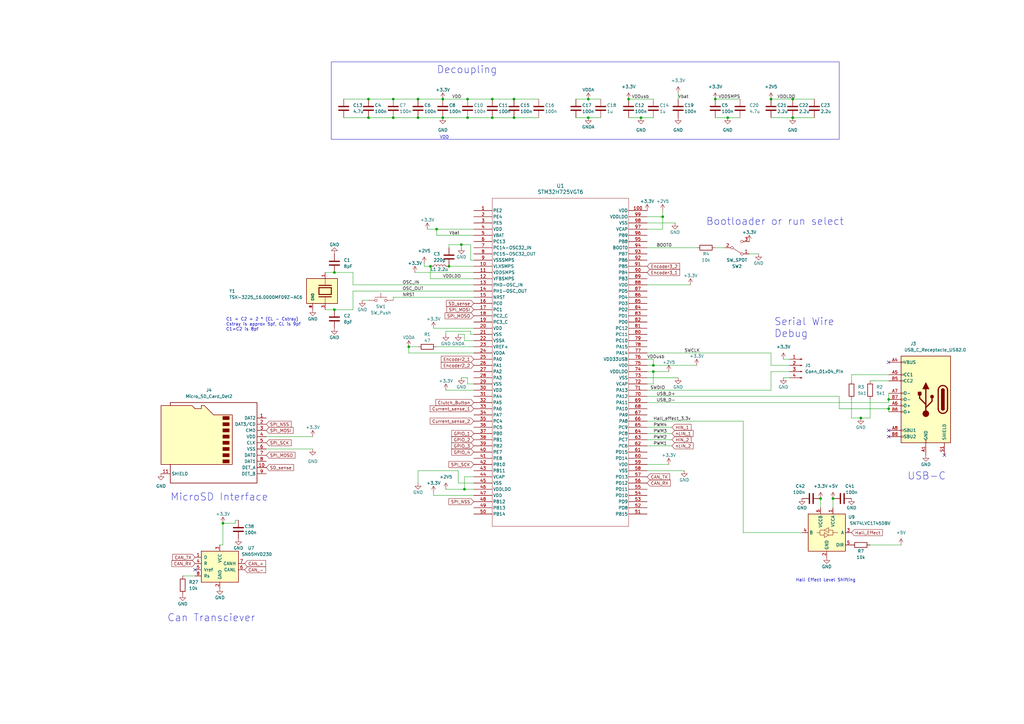
<source format=kicad_sch>
(kicad_sch (version 20230121) (generator eeschema)
  (paper "A3")
  (lib_symbols
    (symbol "Connector:Conn_01x04_Pin" (pin_names (offset 1.016) hide)
      (property "Reference" "J" (at 0 5.08 0))
      (property "Value" "Conn_01x04_Pin" (at 0 -7.62 0))
      (symbol "Conn_01x04_Pin_1_1"
        (pin passive line (at 5.08 2.54 180) (length 3.81) (name "Pin_1") (number "1"))
        (pin passive line (at 5.08 0 180) (length 3.81) (name "Pin_2") (number "2"))
        (pin passive line (at 5.08 -2.54 180) (length 3.81) (name "Pin_3") (number "3"))
        (pin passive line (at 5.08 -5.08 180) (length 3.81) (name "Pin_4") (number "4"))
      )
    )
    (symbol "Connector:Micro_SD_Card_Det2"
      (property "Reference" "J" (at -16.51 17.78 0))
      (property "Value" "Micro_SD_Card_Det2" (at 16.51 17.78 0))
      (symbol "Micro_SD_Card_Det2_1_1"
        (pin bidirectional line (at -22.86 10.16 0) (length 3.81) (name "DAT2") (number "1"))
        (pin passive line (at -22.86 -10.16 0) (length 3.81) (name "DET_A") (number "10"))
        (pin passive line (at 20.32 -12.7 180) (length 3.81) (name "SHIELD") (number "11"))
        (pin bidirectional line (at -22.86 7.62 0) (length 3.81) (name "DAT3/CD") (number "2"))
        (pin input line (at -22.86 5.08 0) (length 3.81) (name "CMD") (number "3"))
        (pin power_in line (at -22.86 2.54 0) (length 3.81) (name "VDD") (number "4"))
        (pin input line (at -22.86 0 0) (length 3.81) (name "CLK") (number "5"))
        (pin power_in line (at -22.86 -2.54 0) (length 3.81) (name "VSS") (number "6"))
        (pin bidirectional line (at -22.86 -5.08 0) (length 3.81) (name "DAT0") (number "7"))
        (pin bidirectional line (at -22.86 -7.62 0) (length 3.81) (name "DAT1") (number "8"))
        (pin passive line (at -22.86 -12.7 0) (length 3.81) (name "DET_B") (number "9"))
      )
    )
    (symbol "Connector:USB_C_Receptacle_USB2.0" (pin_names (offset 1.016))
      (property "Reference" "J" (at -10.16 19.05 0))
      (property "Value" "USB_C_Receptacle_USB2.0" (at 19.05 19.05 0))
      (symbol "USB_C_Receptacle_USB2.0_1_1"
        (pin passive line (at 0 -22.86 90) (length 5.08) (name "GND") (number "A1"))
        (pin passive line (at 0 -22.86 90) (length 5.08) hide (name "GND") (number "A12"))
        (pin passive line (at 15.24 15.24 180) (length 5.08) (name "VBUS") (number "A4"))
        (pin bidirectional line (at 15.24 10.16 180) (length 5.08) (name "CC1") (number "A5"))
        (pin bidirectional line (at 15.24 -2.54 180) (length 5.08) (name "D+") (number "A6"))
        (pin bidirectional line (at 15.24 2.54 180) (length 5.08) (name "D-") (number "A7"))
        (pin bidirectional line (at 15.24 -12.7 180) (length 5.08) (name "SBU1") (number "A8"))
        (pin passive line (at 15.24 15.24 180) (length 5.08) hide (name "VBUS") (number "A9"))
        (pin passive line (at 0 -22.86 90) (length 5.08) hide (name "GND") (number "B1"))
        (pin passive line (at 0 -22.86 90) (length 5.08) hide (name "GND") (number "B12"))
        (pin passive line (at 15.24 15.24 180) (length 5.08) hide (name "VBUS") (number "B4"))
        (pin bidirectional line (at 15.24 7.62 180) (length 5.08) (name "CC2") (number "B5"))
        (pin bidirectional line (at 15.24 -5.08 180) (length 5.08) (name "D+") (number "B6"))
        (pin bidirectional line (at 15.24 0 180) (length 5.08) (name "D-") (number "B7"))
        (pin bidirectional line (at 15.24 -15.24 180) (length 5.08) (name "SBU2") (number "B8"))
        (pin passive line (at 15.24 15.24 180) (length 5.08) hide (name "VBUS") (number "B9"))
        (pin passive line (at -7.62 -22.86 90) (length 5.08) (name "SHIELD") (number "S1"))
      )
    )
    (symbol "Device:C" (pin_numbers hide) (pin_names (offset 0.254))
      (property "Reference" "C" (at 0.635 2.54 0))
      (property "Value" "C" (at 0.635 -2.54 0))
      (symbol "C_1_1"
        (pin passive line (at 0 3.81 270) (length 2.794) (name "~") (number "1"))
        (pin passive line (at 0 -3.81 90) (length 2.794) (name "~") (number "2"))
      )
    )
    (symbol "Device:L" (pin_numbers hide) (pin_names (offset 1.016) hide)
      (property "Reference" "L" (at -1.27 0 90))
      (property "Value" "L" (at 1.905 0 90))
      (symbol "L_1_1"
        (pin passive line (at 0 3.81 270) (length 1.27) (name "1") (number "1"))
        (pin passive line (at 0 -3.81 90) (length 1.27) (name "2") (number "2"))
      )
    )
    (symbol "Device:R" (pin_numbers hide) (pin_names (offset 0))
      (property "Reference" "R" (at 2.032 0 90))
      (property "Value" "R" (at 0 0 90))
      (symbol "R_1_1"
        (pin passive line (at 0 3.81 270) (length 1.27) (name "~") (number "1"))
        (pin passive line (at 0 -3.81 90) (length 1.27) (name "~") (number "2"))
      )
    )
    (symbol "Interface_CAN_LIN:SN65HVD230" (pin_names (offset 1.016))
      (property "Reference" "U" (at -2.54 10.16 0))
      (property "Value" "SN65HVD230" (at -2.54 7.62 0))
      (symbol "SN65HVD230_1_1"
        (pin input line (at -10.16 2.54 0) (length 2.54) (name "D") (number "1"))
        (pin power_in line (at 0 -10.16 90) (length 2.54) (name "GND") (number "2"))
        (pin power_in line (at 0 7.62 270) (length 2.54) (name "VCC") (number "3"))
        (pin output line (at -10.16 0 0) (length 2.54) (name "R") (number "4"))
        (pin output line (at -10.16 -2.54 0) (length 2.54) (name "Vref") (number "5"))
        (pin bidirectional line (at 10.16 -2.54 180) (length 2.54) (name "CANL") (number "6"))
        (pin bidirectional line (at 10.16 0 180) (length 2.54) (name "CANH") (number "7"))
        (pin input line (at -10.16 -5.08 0) (length 2.54) (name "Rs") (number "8"))
      )
    )
    (symbol "Logic_LevelTranslator:SN74LVC1T45DBV"
      (property "Reference" "U" (at -6.35 8.89 0))
      (property "Value" "SN74LVC1T45DBV" (at 3.81 8.89 0))
      (symbol "SN74LVC1T45DBV_1_1"
        (pin power_in line (at -2.54 10.16 270) (length 2.54) (name "VCCA") (number "1"))
        (pin power_in line (at 0 -10.16 90) (length 2.54) (name "GND") (number "2"))
        (pin bidirectional line (at -10.16 0 0) (length 2.54) (name "A") (number "3"))
        (pin bidirectional line (at 10.16 0 180) (length 2.54) (name "B") (number "4"))
        (pin input line (at -10.16 -5.08 0) (length 2.54) (name "DIR") (number "5"))
        (pin power_in line (at 2.54 10.16 270) (length 2.54) (name "VCCB") (number "6"))
      )
    )
    (symbol "STM32:STM32H725VGT6" (pin_names (offset 0.254))
      (property "Reference" "U" (at 35.56 10.16 0))
      (property "Value" "STM32H725VGT6" (at 35.56 7.62 0))
      (symbol "STM32H725VGT6_0_1"
        (pin bidirectional line (at 0 0 0) (length 7.62) (name "PE2") (number "1"))
        (pin power_in line (at 0 -22.86 0) (length 7.62) (name "VLXSMPS") (number "10"))
        (pin power_in line (at 71.12 0 180) (length 7.62) (name "VDD") (number "100"))
        (pin power_in line (at 0 -25.4 0) (length 7.62) (name "VDDSMPS") (number "11"))
        (pin power_in line (at 0 -27.94 0) (length 7.62) (name "VFBSMPS") (number "12"))
        (pin bidirectional line (at 0 -30.48 0) (length 7.62) (name "PH0-OSC_IN") (number "13"))
        (pin bidirectional line (at 0 -33.02 0) (length 7.62) (name "PH1-OSC_OUT") (number "14"))
        (pin bidirectional line (at 0 -35.56 0) (length 7.62) (name "NRST") (number "15"))
        (pin bidirectional line (at 0 -38.1 0) (length 7.62) (name "PC0") (number "16"))
        (pin bidirectional line (at 0 -40.64 0) (length 7.62) (name "PC1") (number "17"))
        (pin bidirectional line (at 0 -43.18 0) (length 7.62) (name "PC2_C") (number "18"))
        (pin bidirectional line (at 0 -45.72 0) (length 7.62) (name "PC3_C") (number "19"))
        (pin bidirectional line (at 0 -2.54 0) (length 7.62) (name "PE4") (number "2"))
        (pin power_in line (at 0 -48.26 0) (length 7.62) (name "VDD") (number "20"))
        (pin power_out line (at 0 -50.8 0) (length 7.62) (name "VSS") (number "21"))
        (pin power_out line (at 0 -53.34 0) (length 7.62) (name "VSSA") (number "22"))
        (pin power_in line (at 0 -55.88 0) (length 7.62) (name "VREF+") (number "23"))
        (pin power_in line (at 0 -58.42 0) (length 7.62) (name "VDDA") (number "24"))
        (pin bidirectional line (at 0 -60.96 0) (length 7.62) (name "PA0") (number "25"))
        (pin bidirectional line (at 0 -63.5 0) (length 7.62) (name "PA1") (number "26"))
        (pin bidirectional line (at 0 -66.04 0) (length 7.62) (name "PA2") (number "27"))
        (pin bidirectional line (at 0 -68.58 0) (length 7.62) (name "PA3") (number "28"))
        (pin power_out line (at 0 -71.12 0) (length 7.62) (name "VSS") (number "29"))
        (pin bidirectional line (at 0 -5.08 0) (length 7.62) (name "PE5") (number "3"))
        (pin power_in line (at 0 -73.66 0) (length 7.62) (name "VDD") (number "30"))
        (pin bidirectional line (at 0 -76.2 0) (length 7.62) (name "PA4") (number "31"))
        (pin bidirectional line (at 0 -78.74 0) (length 7.62) (name "PA5") (number "32"))
        (pin bidirectional line (at 0 -81.28 0) (length 7.62) (name "PA6") (number "33"))
        (pin bidirectional line (at 0 -83.82 0) (length 7.62) (name "PA7") (number "34"))
        (pin bidirectional line (at 0 -86.36 0) (length 7.62) (name "PC4") (number "35"))
        (pin bidirectional line (at 0 -88.9 0) (length 7.62) (name "PC5") (number "36"))
        (pin bidirectional line (at 0 -91.44 0) (length 7.62) (name "PB0") (number "37"))
        (pin bidirectional line (at 0 -93.98 0) (length 7.62) (name "PB1") (number "38"))
        (pin bidirectional line (at 0 -96.52 0) (length 7.62) (name "PB2") (number "39"))
        (pin power_in line (at 0 -7.62 0) (length 7.62) (name "VDD") (number "4"))
        (pin bidirectional line (at 0 -99.06 0) (length 7.62) (name "PE7") (number "40"))
        (pin bidirectional line (at 0 -101.6 0) (length 7.62) (name "PE8") (number "41"))
        (pin bidirectional line (at 0 -104.14 0) (length 7.62) (name "PB10") (number "42"))
        (pin bidirectional line (at 0 -106.68 0) (length 7.62) (name "PB11") (number "43"))
        (pin power_in line (at 0 -109.22 0) (length 7.62) (name "VCAP") (number "44"))
        (pin power_out line (at 0 -111.76 0) (length 7.62) (name "VSS") (number "45"))
        (pin power_in line (at 0 -114.3 0) (length 7.62) (name "VDDLDO") (number "46"))
        (pin power_in line (at 0 -116.84 0) (length 7.62) (name "VDD") (number "47"))
        (pin bidirectional line (at 0 -119.38 0) (length 7.62) (name "PB12") (number "48"))
        (pin bidirectional line (at 0 -121.92 0) (length 7.62) (name "PB13") (number "49"))
        (pin power_in line (at 0 -10.16 0) (length 7.62) (name "VBAT") (number "5"))
        (pin bidirectional line (at 0 -124.46 0) (length 7.62) (name "PB14") (number "50"))
        (pin bidirectional line (at 71.12 -124.46 180) (length 7.62) (name "PB15") (number "51"))
        (pin bidirectional line (at 71.12 -121.92 180) (length 7.62) (name "PD8") (number "52"))
        (pin bidirectional line (at 71.12 -119.38 180) (length 7.62) (name "PD9") (number "53"))
        (pin bidirectional line (at 71.12 -116.84 180) (length 7.62) (name "PD10") (number "54"))
        (pin bidirectional line (at 71.12 -114.3 180) (length 7.62) (name "PD11") (number "55"))
        (pin bidirectional line (at 71.12 -111.76 180) (length 7.62) (name "PD12") (number "56"))
        (pin bidirectional line (at 71.12 -109.22 180) (length 7.62) (name "PD13") (number "57"))
        (pin power_out line (at 71.12 -106.68 180) (length 7.62) (name "VSS") (number "58"))
        (pin power_in line (at 71.12 -104.14 180) (length 7.62) (name "VDD") (number "59"))
        (pin bidirectional line (at 0 -12.7 0) (length 7.62) (name "PC13") (number "6"))
        (pin bidirectional line (at 71.12 -101.6 180) (length 7.62) (name "PD14") (number "60"))
        (pin bidirectional line (at 71.12 -99.06 180) (length 7.62) (name "PD15") (number "61"))
        (pin bidirectional line (at 71.12 -96.52 180) (length 7.62) (name "PC6") (number "62"))
        (pin bidirectional line (at 71.12 -93.98 180) (length 7.62) (name "PC7") (number "63"))
        (pin bidirectional line (at 71.12 -91.44 180) (length 7.62) (name "PC8") (number "64"))
        (pin bidirectional line (at 71.12 -88.9 180) (length 7.62) (name "PC9") (number "65"))
        (pin bidirectional line (at 71.12 -86.36 180) (length 7.62) (name "PA8") (number "66"))
        (pin bidirectional line (at 71.12 -83.82 180) (length 7.62) (name "PA9") (number "67"))
        (pin bidirectional line (at 71.12 -81.28 180) (length 7.62) (name "PA10") (number "68"))
        (pin bidirectional line (at 71.12 -78.74 180) (length 7.62) (name "PA11") (number "69"))
        (pin bidirectional line (at 0 -15.24 0) (length 7.62) (name "PC14-OSC32_IN") (number "7"))
        (pin bidirectional line (at 71.12 -76.2 180) (length 7.62) (name "PA12") (number "70"))
        (pin bidirectional line (at 71.12 -73.66 180) (length 7.62) (name "PA13") (number "71"))
        (pin power_in line (at 71.12 -71.12 180) (length 7.62) (name "VCAP") (number "72"))
        (pin power_out line (at 71.12 -68.58 180) (length 7.62) (name "VSS") (number "73"))
        (pin power_in line (at 71.12 -66.04 180) (length 7.62) (name "VDDLDO") (number "74"))
        (pin power_in line (at 71.12 -63.5 180) (length 7.62) (name "VDD") (number "75"))
        (pin power_in line (at 71.12 -60.96 180) (length 7.62) (name "VDD33USB") (number "76"))
        (pin bidirectional line (at 71.12 -58.42 180) (length 7.62) (name "PA14") (number "77"))
        (pin bidirectional line (at 71.12 -55.88 180) (length 7.62) (name "PA15") (number "78"))
        (pin bidirectional line (at 71.12 -53.34 180) (length 7.62) (name "PC10") (number "79"))
        (pin bidirectional line (at 0 -17.78 0) (length 7.62) (name "PC15-OSC32_OUT") (number "8"))
        (pin bidirectional line (at 71.12 -50.8 180) (length 7.62) (name "PC11") (number "80"))
        (pin bidirectional line (at 71.12 -48.26 180) (length 7.62) (name "PC12") (number "81"))
        (pin bidirectional line (at 71.12 -45.72 180) (length 7.62) (name "PD0") (number "82"))
        (pin bidirectional line (at 71.12 -43.18 180) (length 7.62) (name "PD1") (number "83"))
        (pin bidirectional line (at 71.12 -40.64 180) (length 7.62) (name "PD2") (number "84"))
        (pin bidirectional line (at 71.12 -38.1 180) (length 7.62) (name "PD3") (number "85"))
        (pin bidirectional line (at 71.12 -35.56 180) (length 7.62) (name "PD4") (number "86"))
        (pin bidirectional line (at 71.12 -33.02 180) (length 7.62) (name "PD5") (number "87"))
        (pin power_in line (at 71.12 -30.48 180) (length 7.62) (name "VDD") (number "88"))
        (pin bidirectional line (at 71.12 -27.94 180) (length 7.62) (name "PB3") (number "89"))
        (pin power_out line (at 0 -20.32 0) (length 7.62) (name "VSSSMPS") (number "9"))
        (pin bidirectional line (at 71.12 -25.4 180) (length 7.62) (name "PB4") (number "90"))
        (pin bidirectional line (at 71.12 -22.86 180) (length 7.62) (name "PB5") (number "91"))
        (pin bidirectional line (at 71.12 -20.32 180) (length 7.62) (name "PB6") (number "92"))
        (pin bidirectional line (at 71.12 -17.78 180) (length 7.62) (name "PB7") (number "93"))
        (pin input line (at 71.12 -15.24 180) (length 7.62) (name "BOOT0") (number "94"))
        (pin bidirectional line (at 71.12 -12.7 180) (length 7.62) (name "PB8") (number "95"))
        (pin bidirectional line (at 71.12 -10.16 180) (length 7.62) (name "PB9") (number "96"))
        (pin power_in line (at 71.12 -7.62 180) (length 7.62) (name "VCAP") (number "97"))
        (pin power_out line (at 71.12 -5.08 180) (length 7.62) (name "VSS") (number "98"))
        (pin power_in line (at 71.12 -2.54 180) (length 7.62) (name "VDDLDO") (number "99"))
      )
    )
    (symbol "Switch:SW_Push" (pin_numbers hide) (pin_names (offset 1.016) hide)
      (property "Reference" "SW" (at 1.27 2.54 0))
      (property "Value" "SW_Push" (at 0 -1.524 0))
      (symbol "SW_Push_0_1"
        (pin passive line (at -5.08 0 0) (length 2.54) (name "1") (number "1"))
        (pin passive line (at 5.08 0 180) (length 2.54) (name "2") (number "2"))
      )
    )
    (symbol "Switch:SW_SPDT" (pin_names (offset 0) hide)
      (property "Reference" "SW" (at 0 4.318 0))
      (property "Value" "SW_SPDT" (at 0 -5.08 0))
      (symbol "SW_SPDT_1_1"
        (pin passive line (at 5.08 2.54 180) (length 2.54) (name "A") (number "1"))
        (pin passive line (at -5.08 0 0) (length 2.54) (name "B") (number "2"))
        (pin passive line (at 5.08 -2.54 180) (length 2.54) (name "C") (number "3"))
      )
    )
    (symbol "crystal:TSX-3225_16.0000MF09Z-AC6" (pin_names (offset 1.016))
      (property "Reference" "Y" (at -5.0878 6.3559 0))
      (property "Value" "TSX-3225_16.0000MF09Z-AC6" (at -5.0944 -10.16 0))
      (symbol "TSX-3225_16.0000MF09Z-AC6_0_0"
        (pin passive line (at -7.62 0 0) (length 2.54) (name "~") (number "1"))
        (pin power_in line (at 7.62 -5.08 180) (length 2.54) (name "GND") (number "2"))
        (pin passive line (at 7.62 0 180) (length 2.54) (name "~") (number "3"))
        (pin power_in line (at 7.62 -5.08 180) (length 2.54) (name "GND") (number "4"))
      )
    )
    (symbol "power:+2V5" (power) (pin_names (offset 0))
      (property "Value" "+2V5" (at 0 3.556 0))
      (symbol "+2V5_1_1"
        (pin power_in line (at 0 0 90) (length 0) hide (name "+2V5") (number "1"))
      )
    )
    (symbol "power:+3.3V" (power) (pin_names (offset 0))
      (property "Value" "+3.3V" (at 0 3.556 0))
      (symbol "+3.3V_1_1"
        (pin power_in line (at 0 0 90) (length 0) hide (name "+3.3V") (number "1"))
      )
    )
    (symbol "power:+5V" (power) (pin_names (offset 0))
      (property "Value" "+5V" (at 0 3.556 0))
      (symbol "+5V_1_1"
        (pin power_in line (at 0 0 90) (length 0) hide (name "+5V") (number "1"))
      )
    )
    (symbol "power:GND" (power) (pin_names (offset 0))
      (property "Value" "GND" (at 0 -3.81 0))
      (symbol "GND_1_1"
        (pin power_in line (at 0 0 270) (length 0) hide (name "GND") (number "1"))
      )
    )
    (symbol "power:GNDA" (power) (pin_names (offset 0))
      (property "Value" "GNDA" (at 0 -3.81 0))
      (symbol "GNDA_1_1"
        (pin power_in line (at 0 0 270) (length 0) hide (name "GNDA") (number "1"))
      )
    )
    (symbol "power:VDDA" (power) (pin_names (offset 0))
      (property "Value" "VDDA" (at 0 3.81 0))
      (symbol "VDDA_1_1"
        (pin power_in line (at 0 0 90) (length 0) hide (name "VDDA") (number "1"))
      )
    )
  )
  (junction (at 267.97 149.86))
  (junction (at 181.61 48.26))
  (junction (at 189.23 100.33))
  (junction (at 298.45 48.26))
  (junction (at 364.49 167.64))
  (junction (at 267.97 152.4))
  (junction (at 210.82 48.26))
  (junction (at 293.37 40.64))
  (junction (at 191.77 40.64))
  (junction (at 171.45 40.64))
  (junction (at 137.16 127))
  (junction (at 257.81 40.64))
  (junction (at 201.93 48.26))
  (junction (at 91.44 214.63))
  (junction (at 341.63 204.47))
  (junction (at 316.23 40.64))
  (junction (at 271.78 88.9))
  (junction (at 191.77 48.26))
  (junction (at 325.12 40.64))
  (junction (at 151.13 48.26))
  (junction (at 181.61 40.64))
  (junction (at 161.29 40.64))
  (junction (at 190.5 200.66))
  (junction (at 262.89 48.26))
  (junction (at 171.45 48.26))
  (junction (at 176.53 109.22))
  (junction (at 167.64 142.24))
  (junction (at 179.07 93.98))
  (junction (at 353.06 171.45))
  (junction (at 161.29 48.26))
  (junction (at 210.82 40.64))
  (junction (at 151.13 40.64))
  (junction (at 364.49 163.83))
  (junction (at 184.15 109.22))
  (junction (at 241.3 40.64))
  (junction (at 241.3 48.26))
  (junction (at 325.12 48.26))
  (junction (at 201.93 40.64))
  (junction (at 137.16 111.76))
  (junction (at 336.55 204.47))
  (no_connect (at 364.49 148.59))
  (no_connect (at 80.01 233.68))
  (no_connect (at 364.49 179.07))
  (no_connect (at 364.49 176.53))
  (no_connect (at 387.35 186.69))
  (wire (pts (xy 173.99 109.22) (xy 176.53 109.22)))
  (wire (pts (xy 171.45 193.04) (xy 171.45 198.12)))
  (wire (pts (xy 325.12 48.26) (xy 334.01 48.26)))
  (wire (pts (xy 210.82 48.26) (xy 220.98 48.26)))
  (wire (pts (xy 189.23 154.94) (xy 191.77 154.94)))
  (wire (pts (xy 349.25 153.67) (xy 349.25 156.21)))
  (wire (pts (xy 293.37 101.6) (xy 297.18 101.6)))
  (wire (pts (xy 187.96 193.04) (xy 171.45 193.04)))
  (wire (pts (xy 179.07 96.52) (xy 179.07 93.98)))
  (wire (pts (xy 182.88 135.89) (xy 193.04 135.89)))
  (wire (pts (xy 194.31 157.48) (xy 191.77 157.48)))
  (wire (pts (xy 137.16 111.76) (xy 144.78 111.76)))
  (wire (pts (xy 187.96 198.12) (xy 187.96 193.04)))
  (wire (pts (xy 265.43 193.04) (xy 280.67 193.04)))
  (wire (pts (xy 316.23 152.4) (xy 323.85 152.4)))
  (wire (pts (xy 364.49 165.1) (xy 364.49 163.83)))
  (wire (pts (xy 161.29 48.26) (xy 171.45 48.26)))
  (wire (pts (xy 167.64 142.24) (xy 171.45 142.24)))
  (wire (pts (xy 176.53 109.22) (xy 176.53 114.3)))
  (wire (pts (xy 179.07 142.24) (xy 194.31 142.24)))
  (wire (pts (xy 265.43 88.9) (xy 271.78 88.9)))
  (wire (pts (xy 265.43 190.5) (xy 274.32 190.5)))
  (wire (pts (xy 316.23 144.78) (xy 316.23 149.86)))
  (wire (pts (xy 298.45 48.26) (xy 303.53 48.26)))
  (wire (pts (xy 265.43 147.32) (xy 267.97 147.32)))
  (wire (pts (xy 144.78 119.38) (xy 194.31 119.38)))
  (wire (pts (xy 364.49 167.64) (xy 364.49 168.91)))
  (wire (pts (xy 133.35 127) (xy 137.16 127)))
  (wire (pts (xy 96.52 213.36) (xy 97.79 213.36)))
  (wire (pts (xy 151.13 40.64) (xy 161.29 40.64)))
  (wire (pts (xy 161.29 121.92) (xy 194.31 121.92)))
  (wire (pts (xy 265.43 157.48) (xy 267.97 157.48)))
  (wire (pts (xy 191.77 48.26) (xy 201.93 48.26)))
  (wire (pts (xy 179.07 93.98) (xy 194.31 93.98)))
  (wire (pts (xy 321.31 154.94) (xy 323.85 154.94)))
  (wire (pts (xy 271.78 93.98) (xy 271.78 88.9)))
  (wire (pts (xy 96.52 213.36) (xy 96.52 214.63)))
  (wire (pts (xy 193.04 106.68) (xy 193.04 100.33)))
  (wire (pts (xy 265.43 172.72) (xy 304.8 172.72)))
  (wire (pts (xy 161.29 40.64) (xy 171.45 40.64)))
  (wire (pts (xy 193.04 100.33) (xy 189.23 100.33)))
  (wire (pts (xy 109.22 184.15) (xy 128.27 184.15)))
  (wire (pts (xy 133.35 111.76) (xy 137.16 111.76)))
  (wire (pts (xy 356.87 223.52) (xy 369.57 223.52)))
  (wire (pts (xy 267.97 147.32) (xy 267.97 149.86)))
  (wire (pts (xy 140.97 48.26) (xy 151.13 48.26)))
  (wire (pts (xy 265.43 160.02) (xy 316.23 160.02)))
  (wire (pts (xy 182.88 200.66) (xy 190.5 200.66)))
  (wire (pts (xy 265.43 177.8) (xy 275.59 177.8)))
  (wire (pts (xy 344.17 162.56) (xy 344.17 167.64)))
  (wire (pts (xy 201.93 40.64) (xy 210.82 40.64)))
  (wire (pts (xy 265.43 162.56) (xy 344.17 162.56)))
  (wire (pts (xy 144.78 116.84) (xy 194.31 116.84)))
  (wire (pts (xy 267.97 157.48) (xy 267.97 152.4)))
  (wire (pts (xy 325.12 40.64) (xy 334.01 40.64)))
  (wire (pts (xy 189.23 100.33) (xy 189.23 101.6)))
  (wire (pts (xy 293.37 40.64) (xy 303.53 40.64)))
  (wire (pts (xy 265.43 116.84) (xy 283.21 116.84)))
  (wire (pts (xy 321.31 147.32) (xy 323.85 147.32)))
  (wire (pts (xy 177.8 134.62) (xy 194.31 134.62)))
  (wire (pts (xy 265.43 152.4) (xy 267.97 152.4)))
  (wire (pts (xy 177.8 203.2) (xy 177.8 201.93)))
  (wire (pts (xy 96.52 214.63) (xy 91.44 214.63)))
  (wire (pts (xy 344.17 167.64) (xy 364.49 167.64)))
  (wire (pts (xy 341.63 204.47) (xy 341.63 208.28)))
  (wire (pts (xy 364.49 161.29) (xy 364.49 163.83)))
  (wire (pts (xy 181.61 48.26) (xy 191.77 48.26)))
  (wire (pts (xy 201.93 48.26) (xy 210.82 48.26)))
  (wire (pts (xy 191.77 40.64) (xy 201.93 40.64)))
  (wire (pts (xy 265.43 149.86) (xy 267.97 149.86)))
  (wire (pts (xy 140.97 40.64) (xy 151.13 40.64)))
  (wire (pts (xy 267.97 149.86) (xy 285.75 149.86)))
  (wire (pts (xy 137.16 127) (xy 144.78 127)))
  (wire (pts (xy 184.15 109.22) (xy 194.31 109.22)))
  (wire (pts (xy 349.25 171.45) (xy 353.06 171.45)))
  (wire (pts (xy 210.82 40.64) (xy 220.98 40.64)))
  (wire (pts (xy 349.25 163.83) (xy 349.25 171.45)))
  (wire (pts (xy 304.8 218.44) (xy 304.8 172.72)))
  (wire (pts (xy 257.81 48.26) (xy 262.89 48.26)))
  (wire (pts (xy 176.53 114.3) (xy 194.31 114.3)))
  (wire (pts (xy 109.22 179.07) (xy 128.27 179.07)))
  (wire (pts (xy 267.97 152.4) (xy 274.32 152.4)))
  (wire (pts (xy 316.23 48.26) (xy 325.12 48.26)))
  (wire (pts (xy 161.29 123.19) (xy 161.29 121.92)))
  (wire (pts (xy 194.31 195.58) (xy 190.5 195.58)))
  (wire (pts (xy 265.43 182.88) (xy 275.59 182.88)))
  (wire (pts (xy 184.15 101.6) (xy 184.15 100.33)))
  (wire (pts (xy 151.13 48.26) (xy 161.29 48.26)))
  (wire (pts (xy 171.45 48.26) (xy 181.61 48.26)))
  (wire (pts (xy 190.5 139.7) (xy 190.5 137.16)))
  (wire (pts (xy 265.43 101.6) (xy 285.75 101.6)))
  (wire (pts (xy 173.99 107.95) (xy 173.99 109.22)))
  (wire (pts (xy 265.43 180.34) (xy 275.59 180.34)))
  (wire (pts (xy 184.15 100.33) (xy 189.23 100.33)))
  (wire (pts (xy 241.3 48.26) (xy 246.38 48.26)))
  (wire (pts (xy 148.59 123.19) (xy 151.13 123.19)))
  (wire (pts (xy 307.34 104.14) (xy 311.15 104.14)))
  (wire (pts (xy 271.78 86.36) (xy 271.78 88.9)))
  (wire (pts (xy 194.31 96.52) (xy 179.07 96.52)))
  (wire (pts (xy 265.43 165.1) (xy 364.49 165.1)))
  (wire (pts (xy 190.5 137.16) (xy 187.96 137.16)))
  (wire (pts (xy 193.04 135.89) (xy 193.04 137.16)))
  (wire (pts (xy 265.43 154.94) (xy 278.13 154.94)))
  (wire (pts (xy 241.3 40.64) (xy 246.38 40.64)))
  (wire (pts (xy 265.43 175.26) (xy 275.59 175.26)))
  (wire (pts (xy 193.04 137.16) (xy 194.31 137.16)))
  (wire (pts (xy 328.93 218.44) (xy 304.8 218.44)))
  (wire (pts (xy 191.77 157.48) (xy 191.77 154.94)))
  (wire (pts (xy 74.93 236.22) (xy 80.01 236.22)))
  (wire (pts (xy 353.06 171.45) (xy 356.87 171.45)))
  (wire (pts (xy 236.22 40.64) (xy 241.3 40.64)))
  (wire (pts (xy 182.88 160.02) (xy 194.31 160.02)))
  (wire (pts (xy 194.31 106.68) (xy 193.04 106.68)))
  (wire (pts (xy 190.5 200.66) (xy 194.31 200.66)))
  (wire (pts (xy 262.89 48.26) (xy 267.97 48.26)))
  (wire (pts (xy 190.5 195.58) (xy 190.5 200.66)))
  (wire (pts (xy 194.31 144.78) (xy 167.64 144.78)))
  (wire (pts (xy 278.13 38.1) (xy 278.13 40.64)))
  (wire (pts (xy 316.23 40.64) (xy 325.12 40.64)))
  (wire (pts (xy 356.87 156.21) (xy 364.49 156.21)))
  (wire (pts (xy 194.31 203.2) (xy 177.8 203.2)))
  (wire (pts (xy 194.31 198.12) (xy 187.96 198.12)))
  (wire (pts (xy 175.26 93.98) (xy 179.07 93.98)))
  (wire (pts (xy 170.18 111.76) (xy 194.31 111.76)))
  (wire (pts (xy 336.55 204.47) (xy 336.55 208.28)))
  (wire (pts (xy 90.17 223.52) (xy 91.44 223.52)))
  (wire (pts (xy 144.78 111.76) (xy 144.78 116.84)))
  (wire (pts (xy 265.43 144.78) (xy 316.23 144.78)))
  (wire (pts (xy 236.22 48.26) (xy 241.3 48.26)))
  (wire (pts (xy 181.61 40.64) (xy 191.77 40.64)))
  (wire (pts (xy 293.37 48.26) (xy 298.45 48.26)))
  (wire (pts (xy 144.78 127) (xy 144.78 119.38)))
  (wire (pts (xy 316.23 160.02) (xy 316.23 152.4)))
  (wire (pts (xy 316.23 149.86) (xy 323.85 149.86)))
  (wire (pts (xy 356.87 171.45) (xy 356.87 163.83)))
  (wire (pts (xy 265.43 91.44) (xy 276.86 91.44)))
  (wire (pts (xy 171.45 40.64) (xy 181.61 40.64)))
  (wire (pts (xy 194.31 139.7) (xy 190.5 139.7)))
  (wire (pts (xy 91.44 223.52) (xy 91.44 214.63)))
  (wire (pts (xy 182.88 135.89) (xy 182.88 137.16)))
  (wire (pts (xy 364.49 166.37) (xy 364.49 167.64)))
  (wire (pts (xy 364.49 153.67) (xy 349.25 153.67)))
  (wire (pts (xy 265.43 93.98) (xy 271.78 93.98)))
  (wire (pts (xy 167.64 144.78) (xy 167.64 142.24)))
  (wire (pts (xy 257.81 40.64) (xy 267.97 40.64)))
  (rectangle (start 135.89 25.4) (end 344.17 57.15))
  (text "VDD\n" (at 180.34 57.15 0) (effects (font (size 1.27 1.27)) (justify left bottom)))
  (text "Hall Effect Level Shifting" (at 326.39 238.76 0) (effects (font (size 1.27 1.27)) (justify left bottom)))
  (text "Serial Wire\nDebug\n\n" (at 317.5 143.51 0) (effects (font (size 3 3)) (justify left bottom)))
  (text "MicroSD Interface\n" (at 69.85 205.74 0) (effects (font (size 3 3)) (justify left bottom)))
  (text "USB-C \n\n" (at 372.11 201.93 0) (effects (font (size 3 3)) (justify left bottom)))
  (text "Decoupling\n" (at 179.07 30.48 0) (effects (font (size 3 3)) (justify left bottom)))
  (text "C1 = C2 = 2 * (CL - Cstray)\nCstray is approx 5pf, CL is 9pf\nC1=C2 is 8pf" (at 92.71 135.89 0) (effects (font (size 1.27 1.27)) (justify left bottom)))
  (text "Can Transciever" (at 68.58 255.27 0) (effects (font (size 3 3)) (justify left bottom)))
  (text "Bootloader or run select" (at 289.56 92.71 0) (effects (font (size 3 3)) (justify left bottom)))
  (label "VDDusb" (at 259.08 40.64 0))
  (label "USB_D+" (at 269.24 162.56 0))
  (label "SWDIO" (at 266.7 160.02 0))
  (label "SWCLK" (at 280.67 144.78 0))
  (label "VDDusb" (at 265.43 147.32 0))
  (label "VDDSMPS" (at 294.64 40.64 0))
  (label "USB_D-" (at 269.24 165.1 0))
  (label "PWM3" (at 267.97 177.8 0))
  (label "Vbat" (at 184.15 96.52 0))
  (label "VDDLDO" (at 181.61 114.3 0))
  (label "VDD" (at 185.42 40.64 0))
  (label "NRST" (at 165.1 121.92 0))
  (label "BOOT0" (at 269.24 101.6 0))
  (label "OSC_IN" (at 165.1 116.84 0))
  (label "VDDLDO" (at 318.77 40.64 0))
  (label "PWM1" (at 267.97 182.88 0))
  (label "PWM2" (at 267.97 180.34 0))
  (label "OSC_OUT" (at 165.1 119.38 0))
  (label "Hall_effect_3.3v" (at 267.97 172.72 0))
  (label "PWM4" (at 267.97 175.26 0))
  (label "Vbat" (at 278.13 40.64 0))
  (global_label "SPI_NSS" (shape input) (at 194.31 205.74 180) (property "Intersheetrefs" "${INTERSHEET_REFS}" (effects hide)))
  (global_label "SD_sense" (shape input) (at 109.22 191.77 0) (property "Intersheetrefs" "${INTERSHEET_REFS}" (effects hide)))
  (global_label "SD_sense" (shape input) (at 194.31 124.46 180) (property "Intersheetrefs" "${INTERSHEET_REFS}" (effects hide)))
  (global_label "nLIN_1" (shape input) (at 275.59 177.8 0) (property "Intersheetrefs" "${INTERSHEET_REFS}" (effects hide)))
  (global_label "SPI_NSS" (shape input) (at 109.22 173.99 0) (property "Intersheetrefs" "${INTERSHEET_REFS}" (effects hide)))
  (global_label "Current_sense_2" (shape input) (at 194.31 172.72 180) (property "Intersheetrefs" "${INTERSHEET_REFS}" (effects hide)))
  (global_label "HIN_2" (shape input) (at 275.59 180.34 0) (property "Intersheetrefs" "${INTERSHEET_REFS}" (effects hide)))
  (global_label "GPIO_2" (shape input) (at 194.31 180.34 180) (property "Intersheetrefs" "${INTERSHEET_REFS}" (effects hide)))
  (global_label "HIN_1" (shape input) (at 275.59 175.26 0) (property "Intersheetrefs" "${INTERSHEET_REFS}" (effects hide)))
  (global_label "CAN_RX" (shape input) (at 265.43 198.12 0) (property "Intersheetrefs" "${INTERSHEET_REFS}" (effects hide)))
  (global_label "Encoder3_1" (shape input) (at 265.43 111.76 0) (property "Intersheetrefs" "${INTERSHEET_REFS}" (effects hide)))
  (global_label "Clutch_Button" (shape input) (at 194.31 165.1 180) (property "Intersheetrefs" "${INTERSHEET_REFS}" (effects hide)))
  (global_label "CAN_RX" (shape input) (at 80.01 231.14 180) (property "Intersheetrefs" "${INTERSHEET_REFS}" (effects hide)))
  (global_label "SPI_MOSI" (shape input) (at 109.22 176.53 0) (property "Intersheetrefs" "${INTERSHEET_REFS}" (effects hide)))
  (global_label "CAN_-" (shape input) (at 100.33 233.68 0) (property "Intersheetrefs" "${INTERSHEET_REFS}" (effects hide)))
  (global_label "GPIO_3" (shape input) (at 194.31 182.88 180) (property "Intersheetrefs" "${INTERSHEET_REFS}" (effects hide)))
  (global_label "SPI_SCK" (shape input) (at 109.22 181.61 0) (property "Intersheetrefs" "${INTERSHEET_REFS}" (effects hide)))
  (global_label "CAN_+" (shape input) (at 100.33 231.14 0) (property "Intersheetrefs" "${INTERSHEET_REFS}" (effects hide)))
  (global_label "SPI_SCK" (shape input) (at 194.31 190.5 180) (property "Intersheetrefs" "${INTERSHEET_REFS}" (effects hide)))
  (global_label "Encoder2_1" (shape input) (at 194.31 147.32 180) (property "Intersheetrefs" "${INTERSHEET_REFS}" (effects hide)))
  (global_label "CAN_TX" (shape input) (at 80.01 228.6 180) (property "Intersheetrefs" "${INTERSHEET_REFS}" (effects hide)))
  (global_label "nLIN_2" (shape input) (at 275.59 182.88 0) (property "Intersheetrefs" "${INTERSHEET_REFS}" (effects hide)))
  (global_label "GPIO_4" (shape input) (at 194.31 185.42 180) (property "Intersheetrefs" "${INTERSHEET_REFS}" (effects hide)))
  (global_label "SPI_MOSI" (shape input) (at 194.31 127 180) (property "Intersheetrefs" "${INTERSHEET_REFS}" (effects hide)))
  (global_label "Hall_Effect" (shape input) (at 349.25 218.44 0) (property "Intersheetrefs" "${INTERSHEET_REFS}" (effects hide)))
  (global_label "Current_sense_1" (shape input) (at 194.31 167.64 180) (property "Intersheetrefs" "${INTERSHEET_REFS}" (effects hide)))
  (global_label "GPIO_1" (shape input) (at 194.31 177.8 180) (property "Intersheetrefs" "${INTERSHEET_REFS}" (effects hide)))
  (global_label "Encoder2_2" (shape input) (at 194.31 149.86 180) (property "Intersheetrefs" "${INTERSHEET_REFS}" (effects hide)))
  (global_label "Encoder3_2" (shape input) (at 265.43 109.22 0) (property "Intersheetrefs" "${INTERSHEET_REFS}" (effects hide)))
  (global_label "CAN_TX" (shape input) (at 265.43 195.58 0) (property "Intersheetrefs" "${INTERSHEET_REFS}" (effects hide)))
  (global_label "SPI_MOSO" (shape input) (at 194.31 129.54 180) (property "Intersheetrefs" "${INTERSHEET_REFS}" (effects hide)))
  (global_label "SPI_MOSO" (shape input) (at 109.22 186.69 0) (property "Intersheetrefs" "${INTERSHEET_REFS}" (effects hide)))
  (symbol (lib_id "power:GND") (at 128.27 184.15 0) (unit 1)
    (property "Reference" "#PWR084" (effects hide))
    (property "Value" "GND" (at 128.27 189.23 0))
  )
  (symbol (lib_id "Device:R") (at 356.87 160.02 0) (unit 1)
    (property "Reference" "R2" (at 359.41 158.75 0) (effects (justify left)))
    (property "Value" "5k1" (at 359.41 161.29 0) (effects (justify left)))
  )
  (symbol (lib_id "Connector:USB_C_Receptacle_USB2.0") (at 379.73 163.83 0) (mirror y) (unit 1)
    (property "Reference" "J3" (at 373.38 140.97 0) (effects (justify right)))
    (property "Value" "USB_C_Receptacle_USB2.0" (at 370.84 143.51 0) (effects (justify right)))
    (property "Datasheet" "https://www.usb.org/sites/default/files/documents/usb_type-c.zip" (effects hide))
  )
  (symbol (lib_id "power:+3.3V") (at 128.27 179.07 0) (unit 1)
    (property "Reference" "#PWR083" (effects hide))
    (property "Value" "+3.3V" (at 128.27 175.26 0))
  )
  (symbol (lib_id "Switch:SW_Push") (at 156.21 123.19 0) (unit 1)
    (property "Reference" "SW1" (at 156.21 125.73 0))
    (property "Value" "SW_Push" (at 156.21 128.27 0))
  )
  (symbol (lib_id "Device:C") (at 278.13 44.45 0) (unit 1)
    (property "Reference" "C19" (at 280.67 43.18 0) (effects (justify left)))
    (property "Value" "100n" (at 280.67 45.72 0) (effects (justify left)))
  )
  (symbol (lib_id "Device:C") (at 137.16 107.95 0) (unit 1)
    (property "Reference" "C1" (at 140.97 106.68 0) (effects (justify left)))
    (property "Value" "8pF" (at 140.97 109.22 0) (effects (justify left)))
  )
  (symbol (lib_id "Interface_CAN_LIN:SN65HVD230") (at 90.17 231.14 0) (unit 1)
    (property "Reference" "U7" (at 101.6 224.79 0) (effects (justify left)))
    (property "Value" "SN65HVD230" (at 99.06 227.33 0) (effects (justify left)))
    (property "Footprint" "Package_SO:SOIC-8_3.9x4.9mm_P1.27mm" (effects hide))
    (property "Datasheet" "http://www.ti.com/lit/ds/symlink/sn65hvd230.pdf" (effects hide))
  )
  (symbol (lib_id "Device:C") (at 137.16 130.81 0) (unit 1)
    (property "Reference" "C2" (at 140.97 129.54 0) (effects (justify left)))
    (property "Value" "8pF" (at 140.97 132.08 0) (effects (justify left)))
  )
  (symbol (lib_id "power:GND") (at 311.15 104.14 0) (unit 1)
    (property "Reference" "#PWR043" (effects hide))
    (property "Value" "GND" (at 311.15 107.95 0))
  )
  (symbol (lib_id "power:GND") (at 278.13 48.26 0) (unit 1)
    (property "Reference" "#PWR019" (effects hide))
    (property "Value" "GND" (at 278.13 53.34 0))
  )
  (symbol (lib_id "power:+3.3V") (at 265.43 86.36 0) (unit 1)
    (property "Reference" "#PWR010" (effects hide))
    (property "Value" "+3.3V" (at 265.43 82.55 0))
  )
  (symbol (lib_id "power:+3.3V") (at 175.26 93.98 0) (unit 1)
    (property "Reference" "#PWR09" (effects hide))
    (property "Value" "+3.3V" (at 175.26 90.17 0))
  )
  (symbol (lib_id "power:+3.3V") (at 285.75 149.86 0) (unit 1)
    (property "Reference" "#PWR039" (effects hide))
    (property "Value" "+3.3V" (at 285.75 146.05 0))
  )
  (symbol (lib_id "power:+3.3V") (at 170.18 111.76 0) (unit 1)
    (property "Reference" "#PWR013" (effects hide))
    (property "Value" "+3.3V" (at 170.18 107.95 0))
  )
  (symbol (lib_id "power:+3.3V") (at 293.37 40.64 0) (unit 1)
    (property "Reference" "#PWR023" (effects hide))
    (property "Value" "+3.3V" (at 293.37 35.56 0))
  )
  (symbol (lib_id "power:GND") (at 90.17 241.3 0) (unit 1)
    (property "Reference" "#PWR055" (effects hide))
    (property "Value" "GND" (at 90.17 245.11 0))
  )
  (symbol (lib_id "power:+3.3V") (at 278.13 38.1 0) (unit 1)
    (property "Reference" "#PWR018" (effects hide))
    (property "Value" "+3.3V" (at 278.13 33.02 0))
  )
  (symbol (lib_id "Device:C") (at 236.22 44.45 0) (unit 1)
    (property "Reference" "C17" (at 238.76 43.18 0) (effects (justify left)))
    (property "Value" "100n" (at 238.76 45.72 0) (effects (justify left)))
  )
  (symbol (lib_id "Device:C") (at 246.38 44.45 0) (unit 1)
    (property "Reference" "C18" (at 248.92 43.18 0) (effects (justify left)))
    (property "Value" "1u" (at 248.92 45.72 0) (effects (justify left)))
  )
  (symbol (lib_id "Device:C") (at 316.23 44.45 0) (unit 1)
    (property "Reference" "C21" (at 318.77 43.18 0) (effects (justify left)))
    (property "Value" "2.2u" (at 318.77 45.72 0) (effects (justify left)))
  )
  (symbol (lib_id "power:+3.3V") (at 257.81 40.64 0) (unit 1)
    (property "Reference" "#PWR014" (effects hide))
    (property "Value" "+3.3V" (at 257.81 35.56 0))
  )
  (symbol (lib_id "power:GND") (at 278.13 154.94 0) (unit 1)
    (property "Reference" "#PWR040" (effects hide))
    (property "Value" "GND" (at 278.13 158.75 0))
  )
  (symbol (lib_id "power:GND") (at 148.59 123.19 0) (unit 1)
    (property "Reference" "#PWR042" (effects hide))
    (property "Value" "GND" (at 148.59 127 0))
  )
  (symbol (lib_id "Switch:SW_SPDT") (at 302.26 101.6 0) (mirror x) (unit 1)
    (property "Reference" "SW2" (at 302.26 109.22 0))
    (property "Value" "SW_SPDT" (at 302.26 106.68 0))
  )
  (symbol (lib_id "power:GND") (at 97.79 220.98 0) (unit 1)
    (property "Reference" "#PWR086" (effects hide))
    (property "Value" "GND" (at 97.79 224.79 0))
  )
  (symbol (lib_id "power:GND") (at 181.61 48.26 0) (unit 1)
    (property "Reference" "#PWR012" (effects hide))
    (property "Value" "GND" (at 181.61 53.34 0))
  )
  (symbol (lib_id "Device:C") (at 220.98 44.45 0) (unit 1)
    (property "Reference" "C16" (at 223.52 43.18 0) (effects (justify left)))
    (property "Value" "100n" (at 223.52 45.72 0) (effects (justify left)))
  )
  (symbol (lib_id "Device:R") (at 353.06 223.52 90) (unit 1)
    (property "Reference" "R7" (at 353.06 226.06 90))
    (property "Value" "10k" (at 353.06 228.6 90))
  )
  (symbol (lib_id "Device:R") (at 74.93 240.03 0) (unit 1)
    (property "Reference" "R27" (at 77.47 238.76 0) (effects (justify left)))
    (property "Value" "10k" (at 77.47 241.3 0) (effects (justify left)))
  )
  (symbol (lib_id "power:VDDA") (at 167.64 142.24 0) (unit 1)
    (property "Reference" "#PWR022" (effects hide))
    (property "Value" "VDDA" (at 167.64 138.43 0))
  )
  (symbol (lib_id "Device:C") (at 345.44 204.47 90) (unit 1)
    (property "Reference" "C41" (at 350.52 199.39 90) (effects (justify left)))
    (property "Value" "100n" (at 351.79 201.93 90) (effects (justify left)))
  )
  (symbol (lib_id "power:GND") (at 321.31 154.94 0) (unit 1)
    (property "Reference" "#PWR05" (effects hide))
    (property "Value" "GND" (at 321.31 158.75 0))
  )
  (symbol (lib_id "power:+3.3V") (at 181.61 40.64 0) (unit 1)
    (property "Reference" "#PWR06" (effects hide))
    (property "Value" "+3.3V" (at 181.61 36.83 0))
  )
  (symbol (lib_id "power:GND") (at 349.25 204.47 0) (unit 1)
    (property "Reference" "#PWR0107" (effects hide))
    (property "Value" "GND" (at 349.25 208.28 0))
  )
  (symbol (lib_id "Device:C") (at 181.61 44.45 0) (unit 1)
    (property "Reference" "C8" (at 184.15 43.18 0) (effects (justify left)))
    (property "Value" "100n" (at 184.15 45.72 0) (effects (justify left)))
  )
  (symbol (lib_id "Device:C") (at 325.12 44.45 0) (unit 1)
    (property "Reference" "C22" (at 327.66 43.18 0) (effects (justify left)))
    (property "Value" "2.2u" (at 327.66 45.72 0) (effects (justify left)))
  )
  (symbol (lib_id "Logic_LevelTranslator:SN74LVC1T45DBV") (at 339.09 218.44 0) (mirror y) (unit 1)
    (property "Reference" "U9" (at 349.25 212.09 0))
    (property "Value" "SN74LVC1T45DBV" (at 356.87 214.63 0))
    (property "Footprint" "Package_TO_SOT_SMD:SOT-23-6" (effects hide))
    (property "Datasheet" "http://www.ti.com/lit/ds/symlink/sn74lvc1t45.pdf" (effects hide))
  )
  (symbol (lib_id "Connector:Micro_SD_Card_Det2") (at 86.36 181.61 0) (mirror y) (unit 1)
    (property "Reference" "J4" (at 85.725 160.02 0))
    (property "Value" "Micro_SD_Card_Det2" (at 85.725 162.56 0))
    (property "Datasheet" "https://www.hirose.com/en/product/document?clcode=&productname=&series=DM3&documenttype=Catalog&lang=en&documentid=D49662_en" (effects hide))
  )
  (symbol (lib_id "power:GND") (at 328.93 204.47 0) (unit 1)
    (property "Reference" "#PWR0108" (effects hide))
    (property "Value" "GND" (at 328.93 208.28 0))
  )
  (symbol (lib_id "Device:C") (at 184.15 105.41 0) (unit 1)
    (property "Reference" "C3" (at 177.8 104.14 0) (effects (justify left)))
    (property "Value" "220p" (at 177.8 106.68 0) (effects (justify left)))
  )
  (symbol (lib_id "power:GND") (at 171.45 198.12 0) (unit 1)
    (property "Reference" "#PWR036" (effects hide))
    (property "Value" "GND" (at 171.45 201.93 0))
  )
  (symbol (lib_id "Device:C") (at 201.93 44.45 0) (unit 1)
    (property "Reference" "C11" (at 204.47 43.18 0) (effects (justify left)))
    (property "Value" "100n" (at 204.47 45.72 0) (effects (justify left)))
  )
  (symbol (lib_id "Device:C") (at 293.37 44.45 0) (unit 1)
    (property "Reference" "C5" (at 295.91 43.18 0) (effects (justify left)))
    (property "Value" "100n" (at 295.91 45.72 0) (effects (justify left)))
  )
  (symbol (lib_id "power:GND") (at 262.89 48.26 0) (unit 1)
    (property "Reference" "#PWR016" (effects hide))
    (property "Value" "GND" (at 262.89 53.34 0))
  )
  (symbol (lib_id "Device:R") (at 289.56 101.6 90) (unit 1)
    (property "Reference" "R4" (at 289.56 104.14 90))
    (property "Value" "10k" (at 289.56 106.68 90))
  )
  (symbol (lib_id "power:GND") (at 276.86 91.44 0) (unit 1)
    (property "Reference" "#PWR041" (effects hide))
    (property "Value" "GND" (at 276.86 95.25 0))
  )
  (symbol (lib_id "Device:R") (at 349.25 160.02 0) (unit 1)
    (property "Reference" "R3" (at 351.79 158.75 0) (effects (justify left)))
    (property "Value" "5k1" (at 351.79 161.29 0) (effects (justify left)))
  )
  (symbol (lib_id "Device:C") (at 191.77 44.45 0) (unit 1)
    (property "Reference" "C10" (at 194.31 43.18 0) (effects (justify left)))
    (property "Value" "100n" (at 194.31 45.72 0) (effects (justify left)))
  )
  (symbol (lib_id "power:VDDA") (at 241.3 40.64 0) (unit 1)
    (property "Reference" "#PWR021" (effects hide))
    (property "Value" "VDDA" (at 241.3 36.83 0))
  )
  (symbol (lib_id "power:+3.3V") (at 182.88 160.02 0) (unit 1)
    (property "Reference" "#PWR033" (effects hide))
    (property "Value" "+3.3V" (at 182.88 156.21 0))
  )
  (symbol (lib_id "Device:C") (at 140.97 44.45 0) (unit 1)
    (property "Reference" "C13" (at 144.78 43.18 0) (effects (justify left)))
    (property "Value" "4.7u" (at 144.78 45.72 0) (effects (justify left)))
  )
  (symbol (lib_id "Device:C") (at 171.45 44.45 0) (unit 1)
    (property "Reference" "C6" (at 173.99 43.18 0) (effects (justify left)))
    (property "Value" "100n" (at 173.99 45.72 0) (effects (justify left)))
  )
  (symbol (lib_id "power:GND") (at 137.16 134.62 0) (unit 1)
    (property "Reference" "#PWR02" (effects hide))
    (property "Value" "GND" (at 137.16 138.43 0))
  )
  (symbol (lib_id "power:GND") (at 66.04 194.31 0) (unit 1)
    (property "Reference" "#PWR057" (effects hide))
    (property "Value" "GND" (at 66.04 199.39 0))
  )
  (symbol (lib_id "power:GND") (at 189.23 101.6 0) (unit 1)
    (property "Reference" "#PWR015" (effects hide))
    (property "Value" "GND" (at 189.23 105.41 0))
  )
  (symbol (lib_id "Device:C") (at 267.97 44.45 0) (unit 1)
    (property "Reference" "C14" (at 270.51 43.18 0) (effects (justify left)))
    (property "Value" "1u" (at 270.51 45.72 0) (effects (justify left)))
  )
  (symbol (lib_id "Device:C") (at 334.01 44.45 0) (unit 1)
    (property "Reference" "C23" (at 336.55 43.18 0) (effects (justify left)))
    (property "Value" "2.2u" (at 336.55 45.72 0) (effects (justify left)))
  )
  (symbol (lib_id "Device:C") (at 161.29 44.45 0) (unit 1)
    (property "Reference" "C7" (at 163.83 43.18 0) (effects (justify left)))
    (property "Value" "100n" (at 163.83 45.72 0) (effects (justify left)))
  )
  (symbol (lib_id "Device:L") (at 180.34 109.22 90) (unit 1)
    (property "Reference" "L1" (at 177.8 110.49 90))
    (property "Value" "2.2u" (at 181.61 110.49 90))
  )
  (symbol (lib_id "power:GND") (at 353.06 171.45 0) (unit 1)
    (property "Reference" "#PWR08" (effects hide))
    (property "Value" "GND" (at 353.06 175.26 0))
  )
  (symbol (lib_id "power:GND") (at 325.12 48.26 0) (unit 1)
    (property "Reference" "#PWR026" (effects hide))
    (property "Value" "GND" (at 325.12 53.34 0))
  )
  (symbol (lib_id "power:GND") (at 280.67 193.04 0) (unit 1)
    (property "Reference" "#PWR037" (effects hide))
    (property "Value" "GND" (at 280.67 196.85 0))
  )
  (symbol (lib_id "power:+3.3V") (at 274.32 190.5 0) (unit 1)
    (property "Reference" "#PWR038" (effects hide))
    (property "Value" "+3.3V" (at 274.32 186.69 0))
  )
  (symbol (lib_id "power:+3.3V") (at 336.55 204.47 0) (unit 1)
    (property "Reference" "#PWR0106" (effects hide))
    (property "Value" "+3.3V" (at 336.55 199.39 0))
  )
  (symbol (lib_id "power:+5V") (at 369.57 223.52 0) (unit 1)
    (property "Reference" "#PWR0110" (effects hide))
    (property "Value" "+5V" (at 369.57 218.44 0))
  )
  (symbol (lib_id "power:+3.3V") (at 177.8 201.93 0) (unit 1)
    (property "Reference" "#PWR035" (effects hide))
    (property "Value" "+3.3V" (at 177.8 198.12 0))
  )
  (symbol (lib_id "power:+3.3V") (at 321.31 147.32 0) (unit 1)
    (property "Reference" "#PWR04" (effects hide))
    (property "Value" "+3.3V" (at 321.31 142.24 0))
  )
  (symbol (lib_id "power:GND") (at 379.73 186.69 0) (unit 1)
    (property "Reference" "#PWR07" (effects hide))
    (property "Value" "GND" (at 379.73 190.5 0))
  )
  (symbol (lib_id "power:GND") (at 189.23 154.94 0) (unit 1)
    (property "Reference" "#PWR034" (effects hide))
    (property "Value" "GND" (at 189.23 158.75 0))
  )
  (symbol (lib_id "power:GND") (at 182.88 137.16 0) (unit 1)
    (property "Reference" "#PWR032" (effects hide))
    (property "Value" "GND" (at 182.88 140.97 0))
  )
  (symbol (lib_id "Device:C") (at 151.13 44.45 0) (unit 1)
    (property "Reference" "C4" (at 153.67 43.18 0) (effects (justify left)))
    (property "Value" "100n" (at 153.67 45.72 0) (effects (justify left)))
  )
  (symbol (lib_id "power:+2V5") (at 173.99 107.95 0) (unit 1)
    (property "Reference" "#PWR017" (effects hide))
    (property "Value" "+2V5" (at 173.99 102.87 0))
  )
  (symbol (lib_id "power:GND") (at 339.09 228.6 0) (unit 1)
    (property "Reference" "#PWR0109" (effects hide))
    (property "Value" "GND" (at 339.09 232.41 0))
  )
  (symbol (lib_id "power:+3.3V") (at 283.21 116.84 0) (unit 1)
    (property "Reference" "#PWR011" (effects hide))
    (property "Value" "+3.3V" (at 283.21 113.03 0))
  )
  (symbol (lib_id "power:+3.3V") (at 307.34 99.06 0) (unit 1)
    (property "Reference" "#PWR044" (effects hide))
    (property "Value" "+3.3V" (at 307.34 95.25 0))
  )
  (symbol (lib_id "STM32:STM32H725VGT6") (at 194.31 86.36 0) (unit 1)
    (property "Reference" "U1" (at 229.87 76.2 0) (effects (font (size 1.524 1.524))))
    (property "Value" "STM32H725VGT6" (at 229.87 78.74 0) (effects (font (size 1.524 1.524))))
    (property "Footprint" "LQFP100_14X14_STM" (effects hide))
    (property "Datasheet" "STM32H725VGT6" (effects hide))
  )
  (symbol (lib_id "power:+2V5") (at 316.23 40.64 0) (unit 1)
    (property "Reference" "#PWR025" (effects hide))
    (property "Value" "+2V5" (at 316.23 35.56 0))
  )
  (symbol (lib_id "Device:C") (at 210.82 44.45 0) (unit 1)
    (property "Reference" "C15" (at 213.36 43.18 0) (effects (justify left)))
    (property "Value" "100n" (at 213.36 45.72 0) (effects (justify left)))
  )
  (symbol (lib_id "power:+5V") (at 341.63 204.47 0) (unit 1)
    (property "Reference" "#PWR0105" (effects hide))
    (property "Value" "+5V" (at 341.63 199.39 0))
  )
  (symbol (lib_id "power:GNDA") (at 241.3 48.26 0) (unit 1)
    (property "Reference" "#PWR020" (effects hide))
    (property "Value" "GNDA" (at 241.3 52.07 0))
  )
  (symbol (lib_id "power:GNDA") (at 187.96 137.16 0) (unit 1)
    (property "Reference" "#PWR031" (effects hide))
    (property "Value" "GNDA" (at 187.96 140.97 0))
  )
  (symbol (lib_id "power:+2V5") (at 271.78 86.36 0) (unit 1)
    (property "Reference" "#PWR029" (effects hide))
    (property "Value" "+2V5" (at 271.78 82.55 0))
  )
  (symbol (lib_id "Device:C") (at 257.81 44.45 0) (unit 1)
    (property "Reference" "C12" (at 260.35 43.18 0) (effects (justify left)))
    (property "Value" "100n" (at 260.35 45.72 0) (effects (justify left)))
  )
  (symbol (lib_id "power:GND") (at 298.45 48.26 0) (unit 1)
    (property "Reference" "#PWR024" (effects hide))
    (property "Value" "GND" (at 298.45 53.34 0))
  )
  (symbol (lib_id "Device:C") (at 97.79 217.17 0) (unit 1)
    (property "Reference" "C38" (at 100.33 215.9 0) (effects (justify left)))
    (property "Value" "100n" (at 100.33 218.44 0) (effects (justify left)))
  )
  (symbol (lib_id "power:+2V5") (at 274.32 152.4 0) (unit 1)
    (property "Reference" "#PWR028" (effects hide))
    (property "Value" "+2V5" (at 274.32 148.59 0))
  )
  (symbol (lib_id "Device:C") (at 332.74 204.47 90) (unit 1)
    (property "Reference" "C42" (at 330.2 199.39 90) (effects (justify left)))
    (property "Value" "100n" (at 330.2 201.93 90) (effects (justify left)))
  )
  (symbol (lib_id "power:+3.3V") (at 91.44 214.63 0) (unit 1)
    (property "Reference" "#PWR085" (effects hide))
    (property "Value" "+3.3V" (at 91.44 210.82 0))
  )
  (symbol (lib_id "crystal:TSX-3225_16.0000MF09Z-AC6") (at 133.35 119.38 270) (unit 1)
    (property "Reference" "Y1" (at 93.98 119.38 90) (effects (justify left)))
    (property "Value" "TSX-3225_16.0000MF09Z-AC6" (at 93.98 121.92 90) (effects (justify left)))
    (property "Footprint" "TSX-3225_16.0000MF09Z-AC6:XTAL_TSX-3225_16.0000MF09Z-AC6" (effects hide))
    (property "MF" "EPSON" (effects hide))
    (property "MAXIMUM_PACKAGE_HEIGHT" "0.6 mm" (effects hide))
    (property "Package" "NON STANDARD-4 EPSON" (effects hide))
    (property "Price" "None" (effects hide))
    (property "Check_prices" "https://www.snapeda.com/parts/TSX-3225%2016.0000MF09Z-AC6/EPSON/view-part/?ref=eda" (effects hide))
    (property "STANDARD" "Manufacturer Recommendations" (effects hide))
    (property "PARTREV" "N/A" (effects hide))
    (property "SnapEDA_Link" "https://www.snapeda.com/parts/TSX-3225%2016.0000MF09Z-AC6/EPSON/view-part/?ref=snap" (effects hide))
    (property "MP" "TSX-3225 16.0000MF09Z-AC6" (effects hide))
    (property "Purchase-URL" "https://www.snapeda.com/api/url_track_click_mouser/?unipart_id=11328739&manufacturer=EPSON&part_name=TSX-3225 16.0000MF09Z-AC6&search_term=None" (effects hide))
    (property "Description" "\nCrystal 16MHz ±10ppm (Tol) ±9ppm (Stability) 9pF FUND 60Ohm 4-Pin Mini-CSMD\n" (effects hide))
    (property "Availability" "In Stock" (effects hide))
    (property "MANUFACTURER" "EPSON" (effects hide))
  )
  (symbol (lib_id "Connector:Conn_01x04_Pin") (at 328.93 149.86 0) (mirror y) (unit 1)
    (property "Reference" "J1" (at 330.2 149.86 0) (effects (justify right)))
    (property "Value" "Conn_01x04_Pin" (at 330.2 152.4 0) (effects (justify right)))
  )
  (symbol (lib_id "Device:R") (at 175.26 142.24 90) (unit 1)
    (property "Reference" "R1" (at 175.26 137.16 90))
    (property "Value" "47" (at 175.26 139.7 90))
  )
  (symbol (lib_id "power:GND") (at 137.16 104.14 180) (unit 1)
    (property "Reference" "#PWR03" (effects hide))
    (property "Value" "GND" (at 137.16 100.33 0))
  )
  (symbol (lib_id "Device:C") (at 303.53 44.45 0) (unit 1)
    (property "Reference" "C20" (at 307.34 43.18 0) (effects (justify left)))
    (property "Value" "4.7u" (at 307.34 45.72 0) (effects (justify left)))
  )
  (symbol (lib_id "power:GND") (at 128.27 127 0) (unit 1)
    (property "Reference" "#PWR01" (effects hide))
    (property "Value" "GND" (at 128.27 130.81 0))
  )
  (symbol (lib_id "power:+3.3V") (at 177.8 134.62 0) (unit 1)
    (property "Reference" "#PWR030" (effects hide))
    (property "Value" "+3.3V" (at 177.8 130.81 0))
  )
  (symbol (lib_id "power:+2V5") (at 182.88 200.66 0) (unit 1)
    (property "Reference" "#PWR027" (effects hide))
    (property "Value" "+2V5" (at 182.88 195.58 0))
  )
  (symbol (lib_id "power:GND") (at 74.93 243.84 0) (unit 1)
    (property "Reference" "#PWR056" (effects hide))
    (property "Value" "GND" (at 74.93 247.65 0))
  )
  (sheet (at -111.76 39.37) (size 100.33 35.56) (stroke (width 0.1524))
    (property "Sheetname" "Connectors" (at -111.76 38.6584 0) (effects (justify left bottom)))
    (property "Sheetfile" "conn.kicad_sch" (at -111.76 75.5146 0) (effects (justify left top)))
  )
  (sheet (at -113.03 245.11) (size 104.14 40.64) (stroke (width 0.1524))
    (property "Sheetname" "Power Supply" (at -113.03 244.3984 0) (effects (justify left bottom)))
    (property "Sheetfile" "power_sup.kicad_sch" (at -113.03 286.3346 0) (effects (justify left top)))
  )
  (sheet (at -113.03 88.9) (size 100.33 62.23) (stroke (width 0.1524))
    (property "Sheetname" "Motor Control" (at -113.03 88.1884 0) (effects (justify left bottom)))
    (property "Sheetfile" "motor_control.kicad_sch" (at -113.03 151.7146 0) (effects (justify left top)))
  )
  (sheet (at -114.3 179.07) (size 101.6 55.88) (stroke (width 0.1524))
    (property "Sheetname" "Battery_indicators" (at -114.3 178.3584 0) (effects (justify left bottom)))
    (property "Sheetfile" "batt_indc.kicad_sch" (at -114.3 235.5346 0) (effects (justify left top)))
  )
)
</source>
